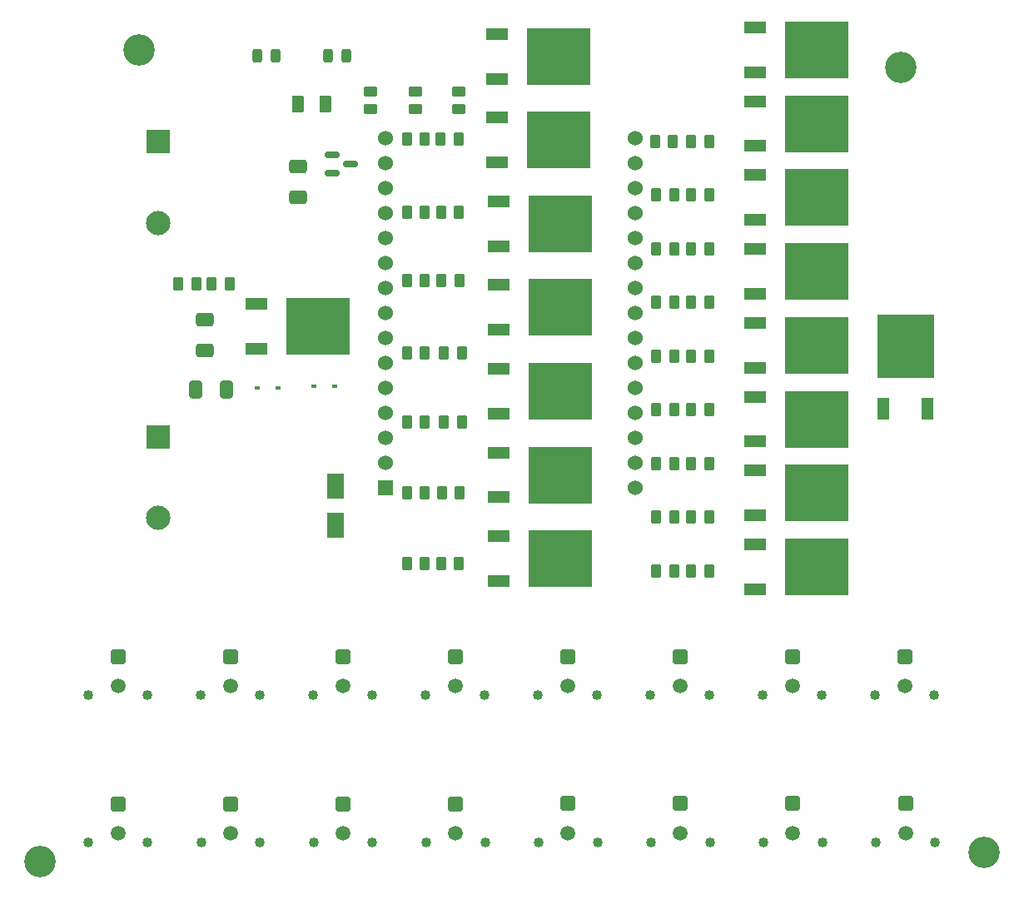
<source format=gbr>
%TF.GenerationSoftware,KiCad,Pcbnew,8.0.1-rc1*%
%TF.CreationDate,2024-05-22T00:49:17-07:00*%
%TF.ProjectId,pwm_pcb_larger,70776d5f-7063-4625-9f6c-61726765722e,rev?*%
%TF.SameCoordinates,Original*%
%TF.FileFunction,Soldermask,Top*%
%TF.FilePolarity,Negative*%
%FSLAX46Y46*%
G04 Gerber Fmt 4.6, Leading zero omitted, Abs format (unit mm)*
G04 Created by KiCad (PCBNEW 8.0.1-rc1) date 2024-05-22 00:49:17*
%MOMM*%
%LPD*%
G01*
G04 APERTURE LIST*
G04 Aperture macros list*
%AMRoundRect*
0 Rectangle with rounded corners*
0 $1 Rounding radius*
0 $2 $3 $4 $5 $6 $7 $8 $9 X,Y pos of 4 corners*
0 Add a 4 corners polygon primitive as box body*
4,1,4,$2,$3,$4,$5,$6,$7,$8,$9,$2,$3,0*
0 Add four circle primitives for the rounded corners*
1,1,$1+$1,$2,$3*
1,1,$1+$1,$4,$5*
1,1,$1+$1,$6,$7*
1,1,$1+$1,$8,$9*
0 Add four rect primitives between the rounded corners*
20,1,$1+$1,$2,$3,$4,$5,0*
20,1,$1+$1,$4,$5,$6,$7,0*
20,1,$1+$1,$6,$7,$8,$9,0*
20,1,$1+$1,$8,$9,$2,$3,0*%
G04 Aperture macros list end*
%ADD10RoundRect,0.250000X-0.262500X-0.450000X0.262500X-0.450000X0.262500X0.450000X-0.262500X0.450000X0*%
%ADD11RoundRect,0.250000X0.412500X0.650000X-0.412500X0.650000X-0.412500X-0.650000X0.412500X-0.650000X0*%
%ADD12RoundRect,0.250000X0.262500X0.450000X-0.262500X0.450000X-0.262500X-0.450000X0.262500X-0.450000X0*%
%ADD13RoundRect,0.250000X0.450000X-0.262500X0.450000X0.262500X-0.450000X0.262500X-0.450000X-0.262500X0*%
%ADD14C,3.200000*%
%ADD15R,2.200000X1.200000*%
%ADD16R,6.400000X5.800000*%
%ADD17R,0.600000X0.450000*%
%ADD18RoundRect,0.250000X0.650000X-0.412500X0.650000X0.412500X-0.650000X0.412500X-0.650000X-0.412500X0*%
%ADD19RoundRect,0.150000X-0.587500X-0.150000X0.587500X-0.150000X0.587500X0.150000X-0.587500X0.150000X0*%
%ADD20R,1.200000X2.200000*%
%ADD21R,5.800000X6.400000*%
%ADD22R,1.800000X2.500000*%
%ADD23RoundRect,0.243750X0.243750X0.456250X-0.243750X0.456250X-0.243750X-0.456250X0.243750X-0.456250X0*%
%ADD24RoundRect,0.250000X0.375000X0.625000X-0.375000X0.625000X-0.375000X-0.625000X0.375000X-0.625000X0*%
%ADD25C,1.020000*%
%ADD26RoundRect,0.250001X0.499999X0.499999X-0.499999X0.499999X-0.499999X-0.499999X0.499999X-0.499999X0*%
%ADD27C,1.500000*%
%ADD28R,2.475000X2.475000*%
%ADD29C,2.475000*%
%ADD30R,1.524000X1.524000*%
%ADD31C,1.524000*%
G04 APERTURE END LIST*
D10*
%TO.C,R13*%
X138637000Y-72644000D03*
X140462000Y-72644000D03*
%TD*%
D11*
%TO.C,C2*%
X94950000Y-87000000D03*
X91825000Y-87000000D03*
%TD*%
D10*
%TO.C,R26*%
X113291500Y-90254700D03*
X115116500Y-90254700D03*
%TD*%
D12*
%TO.C,R12*%
X144018000Y-67183000D03*
X142193000Y-67183000D03*
%TD*%
%TO.C,R7*%
X118545500Y-61468000D03*
X116720500Y-61468000D03*
%TD*%
D10*
%TO.C,R30*%
X113291500Y-104648000D03*
X115116500Y-104648000D03*
%TD*%
%TO.C,R17*%
X138637000Y-89027000D03*
X140462000Y-89027000D03*
%TD*%
D13*
%TO.C,R35*%
X118600000Y-58443500D03*
X118600000Y-56618500D03*
%TD*%
D10*
%TO.C,R25*%
X113291500Y-97451300D03*
X115116500Y-97451300D03*
%TD*%
D14*
%TO.C,H3*%
X86100000Y-52400000D03*
%TD*%
D15*
%TO.C,Q1*%
X148700000Y-72662900D03*
D16*
X155000000Y-74942900D03*
D15*
X148700000Y-77222900D03*
%TD*%
D12*
%TO.C,R11*%
X144018000Y-61722000D03*
X142193000Y-61722000D03*
%TD*%
D17*
%TO.C,D3*%
X103850000Y-86600000D03*
X105950000Y-86600000D03*
%TD*%
D18*
%TO.C,C1*%
X102200000Y-67362500D03*
X102200000Y-64237500D03*
%TD*%
D19*
%TO.C,Q17*%
X105662500Y-63050000D03*
X105662500Y-64950000D03*
X107537500Y-64000000D03*
%TD*%
D10*
%TO.C,R14*%
X138637000Y-83566000D03*
X140462000Y-83566000D03*
%TD*%
D12*
%TO.C,R37*%
X91862500Y-76200000D03*
X90037500Y-76200000D03*
%TD*%
D14*
%TO.C,H1*%
X76000000Y-135000000D03*
%TD*%
D12*
%TO.C,R36*%
X95262500Y-76200000D03*
X93437500Y-76200000D03*
%TD*%
D10*
%TO.C,R29*%
X113291500Y-83195500D03*
X115116500Y-83195500D03*
%TD*%
D15*
%TO.C,Q15*%
X122625000Y-76334500D03*
D16*
X128925000Y-78614500D03*
D15*
X122625000Y-80894500D03*
%TD*%
D17*
%TO.C,D5*%
X100200000Y-86800000D03*
X98100000Y-86800000D03*
%TD*%
D12*
%TO.C,R8*%
X118618000Y-75861300D03*
X116793000Y-75861300D03*
%TD*%
D15*
%TO.C,Q16*%
X122625000Y-101874000D03*
D16*
X128925000Y-104154000D03*
D15*
X122625000Y-106434000D03*
%TD*%
%TO.C,Q3*%
X122425000Y-50795000D03*
D16*
X128725000Y-53075000D03*
D15*
X122425000Y-55355000D03*
%TD*%
%TO.C,Q9*%
X148700000Y-87691400D03*
D16*
X155000000Y-89971400D03*
D15*
X148700000Y-92251400D03*
%TD*%
%TO.C,Q13*%
X122625000Y-93360800D03*
D16*
X128925000Y-95640800D03*
D15*
X122625000Y-97920800D03*
%TD*%
D12*
%TO.C,R20*%
X144018000Y-94488000D03*
X142193000Y-94488000D03*
%TD*%
D10*
%TO.C,R10*%
X138637000Y-67183000D03*
X140462000Y-67183000D03*
%TD*%
D12*
%TO.C,R16*%
X144018000Y-83566000D03*
X142193000Y-83566000D03*
%TD*%
D13*
%TO.C,R33*%
X109600000Y-58467000D03*
X109600000Y-56642000D03*
%TD*%
D20*
%TO.C,Q12*%
X161720000Y-88900000D03*
D21*
X164000000Y-82600000D03*
D20*
X166280000Y-88900000D03*
%TD*%
D12*
%TO.C,R28*%
X118872000Y-90254700D03*
X117047000Y-90254700D03*
%TD*%
D15*
%TO.C,Q6*%
X148700000Y-57634300D03*
D16*
X155000000Y-59914300D03*
D15*
X148700000Y-62194300D03*
%TD*%
%TO.C,Q4*%
X122625000Y-67821300D03*
D16*
X128925000Y-70101300D03*
D15*
X122625000Y-72381300D03*
%TD*%
D10*
%TO.C,R18*%
X138637000Y-94488000D03*
X140462000Y-94488000D03*
%TD*%
D22*
%TO.C,D4*%
X106000000Y-96800000D03*
X106000000Y-100800000D03*
%TD*%
D15*
%TO.C,Q5*%
X148700000Y-50120000D03*
D16*
X155000000Y-52400000D03*
D15*
X148700000Y-54680000D03*
%TD*%
D10*
%TO.C,R6*%
X113291500Y-75861300D03*
X115116500Y-75861300D03*
%TD*%
D23*
%TO.C,D2*%
X107137500Y-53000000D03*
X105262500Y-53000000D03*
%TD*%
D12*
%TO.C,R31*%
X118872000Y-83195500D03*
X117047000Y-83195500D03*
%TD*%
D15*
%TO.C,Q10*%
X148700000Y-95205700D03*
D16*
X155000000Y-97485700D03*
D15*
X148700000Y-99765700D03*
%TD*%
D12*
%TO.C,R15*%
X144018000Y-72644000D03*
X142193000Y-72644000D03*
%TD*%
%TO.C,R4*%
X118578500Y-68893800D03*
X116753500Y-68893800D03*
%TD*%
D14*
%TO.C,H2*%
X172000000Y-134000000D03*
%TD*%
D23*
%TO.C,D1*%
X99937500Y-53000000D03*
X98062500Y-53000000D03*
%TD*%
D15*
%TO.C,U2*%
X97975000Y-78245000D03*
D16*
X104275000Y-80525000D03*
D15*
X97975000Y-82805000D03*
%TD*%
D12*
%TO.C,R23*%
X144018000Y-99949000D03*
X142193000Y-99949000D03*
%TD*%
D18*
%TO.C,C3*%
X92750000Y-83000000D03*
X92750000Y-79875000D03*
%TD*%
D15*
%TO.C,Q8*%
X148700000Y-80177100D03*
D16*
X155000000Y-82457100D03*
D15*
X148700000Y-84737100D03*
%TD*%
D14*
%TO.C,H4*%
X163530000Y-54170000D03*
%TD*%
D10*
%TO.C,R2*%
X113291500Y-68893800D03*
X115116500Y-68893800D03*
%TD*%
%TO.C,R5*%
X113291500Y-61468000D03*
X115116500Y-61468000D03*
%TD*%
D12*
%TO.C,R19*%
X144018000Y-89027000D03*
X142193000Y-89027000D03*
%TD*%
D24*
%TO.C,F1*%
X105032000Y-57912000D03*
X102232000Y-57912000D03*
%TD*%
D15*
%TO.C,Q11*%
X148700000Y-102720000D03*
D16*
X155000000Y-105000000D03*
D15*
X148700000Y-107280000D03*
%TD*%
%TO.C,Q7*%
X148700000Y-65148600D03*
D16*
X155000000Y-67428600D03*
D15*
X148700000Y-69708600D03*
%TD*%
%TO.C,Q2*%
X122425000Y-59308200D03*
D16*
X128725000Y-61588200D03*
D15*
X122425000Y-63868200D03*
%TD*%
D13*
%TO.C,R34*%
X114200000Y-58467000D03*
X114200000Y-56642000D03*
%TD*%
D12*
%TO.C,R27*%
X118665000Y-97451300D03*
X116840000Y-97451300D03*
%TD*%
%TO.C,R32*%
X118594500Y-104648000D03*
X116769500Y-104648000D03*
%TD*%
D10*
%TO.C,R22*%
X138637000Y-105410000D03*
X140462000Y-105410000D03*
%TD*%
D15*
%TO.C,Q14*%
X122625000Y-84847700D03*
D16*
X128925000Y-87127700D03*
D15*
X122625000Y-89407700D03*
%TD*%
D12*
%TO.C,R24*%
X144018000Y-105410000D03*
X142193000Y-105410000D03*
%TD*%
D10*
%TO.C,R1*%
X138637000Y-78105000D03*
X140462000Y-78105000D03*
%TD*%
D12*
%TO.C,R3*%
X144018000Y-78105000D03*
X142193000Y-78105000D03*
%TD*%
D10*
%TO.C,R21*%
X138637000Y-99949000D03*
X140462000Y-99949000D03*
%TD*%
%TO.C,R9*%
X138533500Y-61722000D03*
X140358500Y-61722000D03*
%TD*%
D25*
%TO.C,J9*%
X98358574Y-118060000D03*
X92358574Y-118060000D03*
D26*
X95358574Y-114120000D03*
D27*
X95358574Y-117120000D03*
%TD*%
D25*
%TO.C,J13*%
X144122858Y-133000000D03*
X138122858Y-133000000D03*
D26*
X141122858Y-129060000D03*
D27*
X141122858Y-132060000D03*
%TD*%
D25*
%TO.C,J4*%
X155501429Y-118060000D03*
X149501429Y-118060000D03*
D26*
X152501429Y-114120000D03*
D27*
X152501429Y-117120000D03*
%TD*%
D25*
%TO.C,J15*%
X121245716Y-133060000D03*
X115245716Y-133060000D03*
D26*
X118245716Y-129120000D03*
D27*
X118245716Y-132120000D03*
%TD*%
D25*
%TO.C,J6*%
X132644287Y-118060000D03*
X126644287Y-118060000D03*
D26*
X129644287Y-114120000D03*
D27*
X129644287Y-117120000D03*
%TD*%
D25*
%TO.C,J11*%
X167000000Y-133000000D03*
X161000000Y-133000000D03*
D26*
X164000000Y-129060000D03*
D27*
X164000000Y-132060000D03*
%TD*%
D25*
%TO.C,J17*%
X98368574Y-133060000D03*
X92368574Y-133060000D03*
D26*
X95368574Y-129120000D03*
D27*
X95368574Y-132120000D03*
%TD*%
D28*
%TO.C,J2*%
X88000000Y-91750000D03*
D29*
X88000000Y-100000000D03*
%TD*%
D25*
%TO.C,J14*%
X132684287Y-133000000D03*
X126684287Y-133000000D03*
D26*
X129684287Y-129060000D03*
D27*
X129684287Y-132060000D03*
%TD*%
D25*
%TO.C,J12*%
X155561429Y-133000000D03*
X149561429Y-133000000D03*
D26*
X152561429Y-129060000D03*
D27*
X152561429Y-132060000D03*
%TD*%
D25*
%TO.C,J8*%
X109787145Y-118060000D03*
X103787145Y-118060000D03*
D26*
X106787145Y-114120000D03*
D27*
X106787145Y-117120000D03*
%TD*%
D25*
%TO.C,J7*%
X121215716Y-118060000D03*
X115215716Y-118060000D03*
D26*
X118215716Y-114120000D03*
D27*
X118215716Y-117120000D03*
%TD*%
D25*
%TO.C,J10*%
X86930000Y-118060000D03*
X80930000Y-118060000D03*
D26*
X83930000Y-114120000D03*
D27*
X83930000Y-117120000D03*
%TD*%
D25*
%TO.C,J18*%
X86930000Y-133060000D03*
X80930000Y-133060000D03*
D26*
X83930000Y-129120000D03*
D27*
X83930000Y-132120000D03*
%TD*%
D25*
%TO.C,J3*%
X166930000Y-118060000D03*
X160930000Y-118060000D03*
D26*
X163930000Y-114120000D03*
D27*
X163930000Y-117120000D03*
%TD*%
D30*
%TO.C,U1*%
X111125000Y-96926000D03*
D31*
X111125000Y-94386000D03*
X111125000Y-91846000D03*
X111125000Y-89306000D03*
X111125000Y-86766000D03*
X111125000Y-84226000D03*
X111125000Y-81686000D03*
X111125000Y-79146000D03*
X111125000Y-76606000D03*
X111125000Y-74066000D03*
X111125000Y-71526000D03*
X111125000Y-68986000D03*
X111125000Y-66446000D03*
X111125000Y-63906000D03*
X111125000Y-61366000D03*
X136525000Y-61366000D03*
X136525000Y-63906000D03*
X136525000Y-66446000D03*
X136525000Y-68986000D03*
X136525000Y-71526000D03*
X136525000Y-74066000D03*
X136525000Y-76606000D03*
X136525000Y-79146000D03*
X136525000Y-81686000D03*
X136525000Y-84226000D03*
X136525000Y-86766000D03*
X136525000Y-89306000D03*
X136525000Y-91846000D03*
X136525000Y-94386000D03*
X136525000Y-96926000D03*
%TD*%
D25*
%TO.C,J16*%
X109807145Y-133060000D03*
X103807145Y-133060000D03*
D26*
X106807145Y-129120000D03*
D27*
X106807145Y-132120000D03*
%TD*%
D28*
%TO.C,J1*%
X88000000Y-61750000D03*
D29*
X88000000Y-70000000D03*
%TD*%
D25*
%TO.C,J5*%
X144072858Y-118060000D03*
X138072858Y-118060000D03*
D26*
X141072858Y-114120000D03*
D27*
X141072858Y-117120000D03*
%TD*%
M02*

</source>
